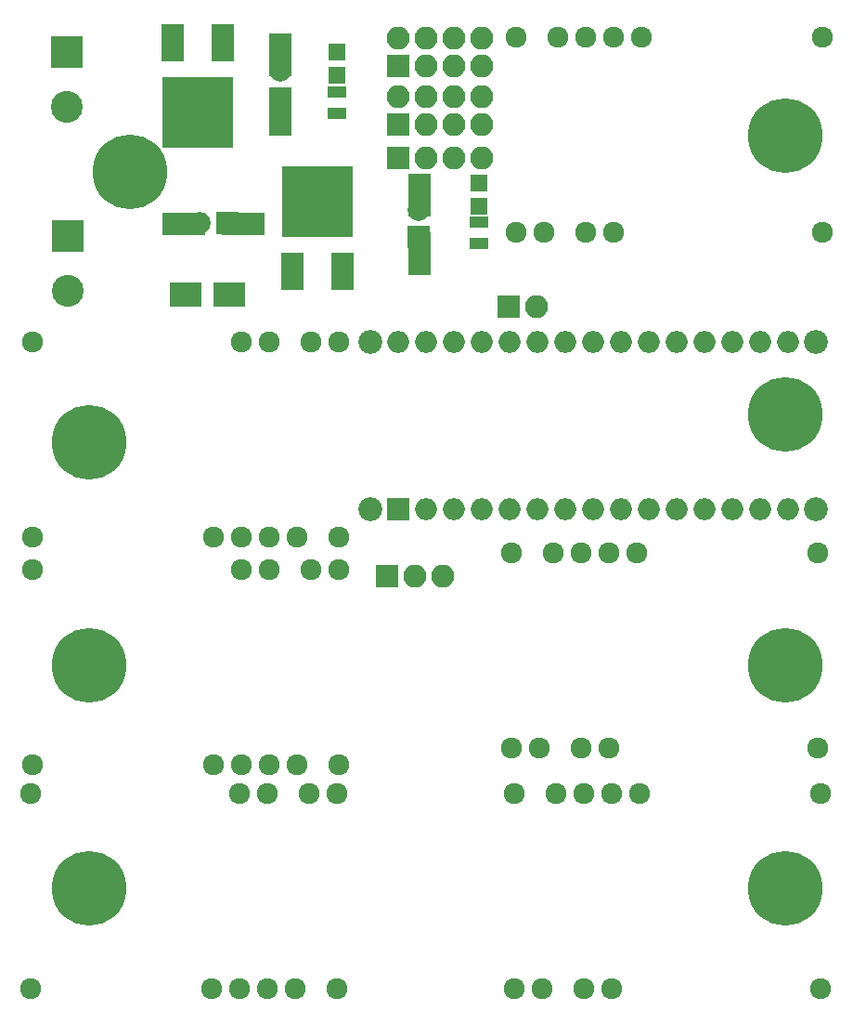
<source format=gts>
G04 #@! TF.FileFunction,Soldermask,Top*
%FSLAX46Y46*%
G04 Gerber Fmt 4.6, Leading zero omitted, Abs format (unit mm)*
G04 Created by KiCad (PCBNEW 4.0.6+dfsg1-1) date Mon Feb 26 15:31:38 2018*
%MOMM*%
%LPD*%
G01*
G04 APERTURE LIST*
%ADD10C,0.100000*%
%ADD11C,1.924000*%
%ADD12R,1.700000X1.100000*%
%ADD13R,2.051000X3.448000*%
%ADD14R,6.496000X6.496000*%
%ADD15R,2.899360X2.200860*%
%ADD16R,1.598880X1.598880*%
%ADD17R,2.000000X2.000000*%
%ADD18O,2.000000X2.000000*%
%ADD19C,2.180000*%
%ADD20R,2.900000X2.900000*%
%ADD21C,2.900000*%
%ADD22R,2.100000X2.100000*%
%ADD23O,2.100000X2.100000*%
%ADD24R,2.000000X3.900000*%
%ADD25R,3.900000X2.000000*%
%ADD26C,2.000000*%
%ADD27C,6.800000*%
%ADD28C,1.000000*%
G04 APERTURE END LIST*
D10*
D11*
X29718000Y60363100D03*
X27178000Y60363100D03*
X23368000Y60363100D03*
X20828000Y60363100D03*
X29718000Y42583100D03*
X1778000Y42583100D03*
X1778000Y60363100D03*
X25908000Y42583100D03*
X23368000Y42583100D03*
X20828000Y42583100D03*
X18288000Y42583100D03*
X29718000Y39662100D03*
X27178000Y39662100D03*
X23368000Y39662100D03*
X20828000Y39662100D03*
X29718000Y21882100D03*
X1778000Y21882100D03*
X1778000Y39662100D03*
X25908000Y21882100D03*
X23368000Y21882100D03*
X20828000Y21882100D03*
X18288000Y21882100D03*
D12*
X42494200Y69382600D03*
X42494200Y71282600D03*
D13*
X19177000Y87642700D03*
D14*
X16891000Y81292700D03*
D13*
X14605000Y87642700D03*
D15*
X19728180Y64731900D03*
X15730220Y64731900D03*
D16*
X42494200Y72776080D03*
X42494200Y74874120D03*
X29540200Y84714080D03*
X29540200Y86812120D03*
D12*
X29540200Y81257100D03*
X29540200Y83157100D03*
D13*
X25501600Y66840100D03*
D14*
X27787600Y73190100D03*
D13*
X30073600Y66840100D03*
D17*
X35128200Y45123100D03*
D18*
X68148200Y60363100D03*
X37668200Y45123100D03*
X65608200Y60363100D03*
X40208200Y45123100D03*
X63068200Y60363100D03*
X42748200Y45123100D03*
X60528200Y60363100D03*
X45288200Y45123100D03*
X57988200Y60363100D03*
X47828200Y45123100D03*
X55448200Y60363100D03*
X50368200Y45123100D03*
X52908200Y60363100D03*
X52908200Y45123100D03*
X50368200Y60363100D03*
X55448200Y45123100D03*
X47828200Y60363100D03*
X57988200Y45123100D03*
X45288200Y60363100D03*
X60528200Y45123100D03*
X42748200Y60363100D03*
X63068200Y45123100D03*
X40208200Y60363100D03*
X65608200Y45123100D03*
X37668200Y60363100D03*
X68148200Y45123100D03*
X35128200Y60363100D03*
X70688200Y45123100D03*
X70688200Y60363100D03*
D19*
X32588200Y45123100D03*
X32588200Y60363100D03*
X73228200Y60363100D03*
X73228200Y45123100D03*
D20*
X4978400Y70040500D03*
D21*
X4978400Y65040500D03*
D20*
X4953000Y86804500D03*
D21*
X4953000Y81804500D03*
D22*
X45212000Y63639700D03*
D23*
X47752000Y63639700D03*
D24*
X24434800Y81158100D03*
X24434800Y86558100D03*
D25*
X20988000Y71158100D03*
X15588000Y71158100D03*
D24*
X37109400Y68407300D03*
X37109400Y73807300D03*
D11*
X45720000Y1435100D03*
X48260000Y1435100D03*
X52070000Y1435100D03*
X54610000Y1435100D03*
X45720000Y19215100D03*
X73660000Y19215100D03*
X73660000Y1435100D03*
X49530000Y19215100D03*
X52070000Y19215100D03*
X54610000Y19215100D03*
X57150000Y19215100D03*
X45466000Y23406100D03*
X48006000Y23406100D03*
X51816000Y23406100D03*
X54356000Y23406100D03*
X45466000Y41186100D03*
X73406000Y41186100D03*
X73406000Y23406100D03*
X49276000Y41186100D03*
X51816000Y41186100D03*
X54356000Y41186100D03*
X56896000Y41186100D03*
X45897800Y70370700D03*
X48437800Y70370700D03*
X52247800Y70370700D03*
X54787800Y70370700D03*
X45897800Y88150700D03*
X73837800Y88150700D03*
X73837800Y70370700D03*
X49707800Y88150700D03*
X52247800Y88150700D03*
X54787800Y88150700D03*
X57327800Y88150700D03*
X29591000Y19215100D03*
X27051000Y19215100D03*
X23241000Y19215100D03*
X20701000Y19215100D03*
X29591000Y1435100D03*
X1651000Y1435100D03*
X1651000Y19215100D03*
X25781000Y1435100D03*
X23241000Y1435100D03*
X20701000Y1435100D03*
X18161000Y1435100D03*
D17*
X19558000Y71208900D03*
D26*
X17058000Y71208900D03*
D17*
X24434800Y82588100D03*
D26*
X24434800Y85088100D03*
D17*
X37058600Y69938900D03*
D26*
X37058600Y72438900D03*
D22*
X35128200Y80175100D03*
D23*
X35128200Y82715100D03*
X37668200Y80175100D03*
X37668200Y82715100D03*
X40208200Y80175100D03*
X40208200Y82715100D03*
X42748200Y80175100D03*
X42748200Y82715100D03*
D22*
X35128200Y85509100D03*
D23*
X35128200Y88049100D03*
X37668200Y85509100D03*
X37668200Y88049100D03*
X40208200Y85509100D03*
X40208200Y88049100D03*
X42748200Y85509100D03*
X42748200Y88049100D03*
D22*
X35128200Y77127100D03*
D23*
X37668200Y77127100D03*
X40208200Y77127100D03*
X42748200Y77127100D03*
D22*
X34175700Y39027100D03*
D23*
X36715700Y39027100D03*
X39255700Y39027100D03*
D27*
X10668000Y75882500D03*
D28*
X13068000Y75882500D03*
X12365056Y74185444D03*
X10668000Y73482500D03*
X8970944Y74185444D03*
X8268000Y75882500D03*
X8970944Y77579556D03*
X10668000Y78282500D03*
X12365056Y77579556D03*
D27*
X70434200Y10579100D03*
D28*
X72834200Y10579100D03*
X72131256Y8882044D03*
X70434200Y8179100D03*
X68737144Y8882044D03*
X68034200Y10579100D03*
X68737144Y12276156D03*
X70434200Y12979100D03*
X72131256Y12276156D03*
D27*
X70434200Y30899100D03*
D28*
X72834200Y30899100D03*
X72131256Y29202044D03*
X70434200Y28499100D03*
X68737144Y29202044D03*
X68034200Y30899100D03*
X68737144Y32596156D03*
X70434200Y33299100D03*
X72131256Y32596156D03*
D27*
X6934200Y10579100D03*
D28*
X9334200Y10579100D03*
X8631256Y8882044D03*
X6934200Y8179100D03*
X5237144Y8882044D03*
X4534200Y10579100D03*
X5237144Y12276156D03*
X6934200Y12979100D03*
X8631256Y12276156D03*
D27*
X6934200Y30899100D03*
D28*
X9334200Y30899100D03*
X8631256Y29202044D03*
X6934200Y28499100D03*
X5237144Y29202044D03*
X4534200Y30899100D03*
X5237144Y32596156D03*
X6934200Y33299100D03*
X8631256Y32596156D03*
D27*
X6934200Y51219100D03*
D28*
X9334200Y51219100D03*
X8631256Y49522044D03*
X6934200Y48819100D03*
X5237144Y49522044D03*
X4534200Y51219100D03*
X5237144Y52916156D03*
X6934200Y53619100D03*
X8631256Y52916156D03*
D27*
X70434200Y79159100D03*
D28*
X72834200Y79159100D03*
X72131256Y77462044D03*
X70434200Y76759100D03*
X68737144Y77462044D03*
X68034200Y79159100D03*
X68737144Y80856156D03*
X70434200Y81559100D03*
X72131256Y80856156D03*
D27*
X70434200Y53759100D03*
D28*
X72834200Y53759100D03*
X72131256Y52062044D03*
X70434200Y51359100D03*
X68737144Y52062044D03*
X68034200Y53759100D03*
X68737144Y55456156D03*
X70434200Y56159100D03*
X72131256Y55456156D03*
M02*

</source>
